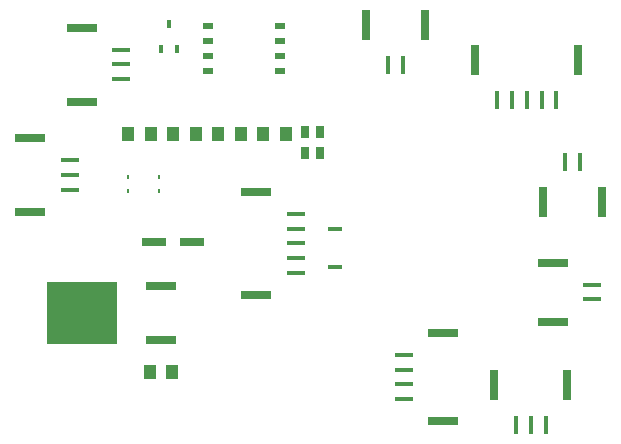
<source format=gbr>
G04 DipTrace 3.2.0.0*
G04 end_effector_TopPaste.gbr*
%MOMM*%
G04 #@! TF.FileFunction,Paste,Top*
G04 #@! TF.Part,Single*
%ADD53R,0.8X1.0*%
%ADD55R,5.95X5.35*%
%ADD57R,2.55X0.8*%
%ADD59R,0.943X0.562*%
%ADD61R,0.1X1.0*%
%ADD63R,1.0X0.1*%
%ADD67R,1.3X0.35*%
%ADD69R,0.28X0.37*%
%ADD71R,1.5X0.4*%
%ADD73R,2.6X0.8*%
%ADD79R,0.4X1.5*%
%ADD81R,0.8X2.6*%
%ADD83R,1.1X1.3*%
%ADD85R,0.3X0.65*%
%ADD87R,2.0X0.8*%
%FSLAX35Y35*%
G04*
G71*
G90*
G75*
G01*
G04 TopPaste*
%LPD*%
D87*
X-3029653Y2423277D3*
X-2709653D3*
D85*
X-2971287Y4056407D3*
X-2841273D3*
X-2906280Y4266407D3*
D83*
X-2487133Y3334083D3*
X-2297133D3*
X-2868133D3*
X-2678133D3*
X-3249133D3*
X-3059133D3*
X-2106133D3*
X-1916133D3*
X-3069420Y1323957D3*
X-2879420D3*
D81*
X467303Y1211083D3*
X-157697D3*
D79*
X282303Y876083D3*
X157303D3*
X32303D3*
D81*
X-737810Y4256567D3*
X-1237810D3*
D79*
X-922810Y3921567D3*
X-1047810D3*
D81*
X558780Y3961700D3*
X-311220D3*
D79*
X248780Y3626700D3*
X123780D3*
X373780D3*
X-1220D3*
X-126220D3*
D73*
X-2168047Y2845817D3*
Y1975817D3*
D71*
X-1833047Y2535817D3*
Y2410817D3*
Y2660817D3*
Y2285817D3*
Y2160817D3*
D73*
X-3643503Y4235810D3*
Y3610810D3*
D71*
X-3308503Y4050810D3*
Y3925810D3*
Y3800810D3*
D73*
X-4081670Y3300963D3*
Y2675963D3*
D71*
X-3746670Y3115963D3*
Y2990963D3*
Y2865963D3*
D73*
X-584437Y906110D3*
Y1651110D3*
D71*
X-919437Y1091110D3*
Y1216110D3*
Y1341110D3*
Y1091110D3*
Y1466110D3*
D73*
X341480Y2246130D3*
Y1746130D3*
D71*
X676480Y2061130D3*
Y1936130D3*
D81*
X260413Y2760450D3*
X760413D3*
D79*
X445413Y3095450D3*
X570413D3*
D69*
X-2987583Y2968957D3*
X-3249583D3*
X-2987583Y2852957D3*
X-3249583D3*
D67*
X-1500840Y2210783D3*
Y2535783D3*
D63*
X-1273500Y3095063D3*
Y3045063D3*
Y2995063D3*
Y2945063D3*
Y2895063D3*
Y2845063D3*
Y2795063D3*
Y2745063D3*
Y2695063D3*
Y2645063D3*
Y2595063D3*
Y2545063D3*
Y2495063D3*
Y2445063D3*
Y2395063D3*
Y2345063D3*
D61*
X-1073500Y2145063D3*
X-1023500D3*
X-973500D3*
X-923500D3*
X-873500D3*
X-823500D3*
X-773500D3*
X-723500D3*
X-673500D3*
X-623500D3*
X-573500D3*
X-523500D3*
X-473500D3*
X-423500D3*
X-373500D3*
X-323500D3*
D63*
X-123500Y2345063D3*
Y2395063D3*
Y2445063D3*
Y2495063D3*
Y2545063D3*
Y2595063D3*
Y2645063D3*
Y2695063D3*
Y2745063D3*
Y2795063D3*
Y2845063D3*
Y2895063D3*
Y2945063D3*
Y2995063D3*
Y3045063D3*
Y3095063D3*
D61*
X-323500Y3295063D3*
X-373500D3*
X-423500D3*
X-473500D3*
X-523500D3*
X-573500D3*
X-623500D3*
X-673500D3*
X-723500D3*
X-773500D3*
X-823500D3*
X-873500D3*
X-923500D3*
X-973500D3*
X-1023500D3*
X-1073500D3*
D59*
X-1968083Y3865710D3*
Y3992710D3*
Y4119710D3*
Y4246710D3*
X-2578950D3*
Y4119710D3*
Y3992710D3*
Y3865710D3*
D57*
X-2972010Y1590017D3*
Y2046017D3*
D55*
X-3642010Y1818017D3*
D53*
X-1628873Y3349133D3*
X-1758873D3*
X-1628873Y3179133D3*
X-1758873D3*
M02*

</source>
